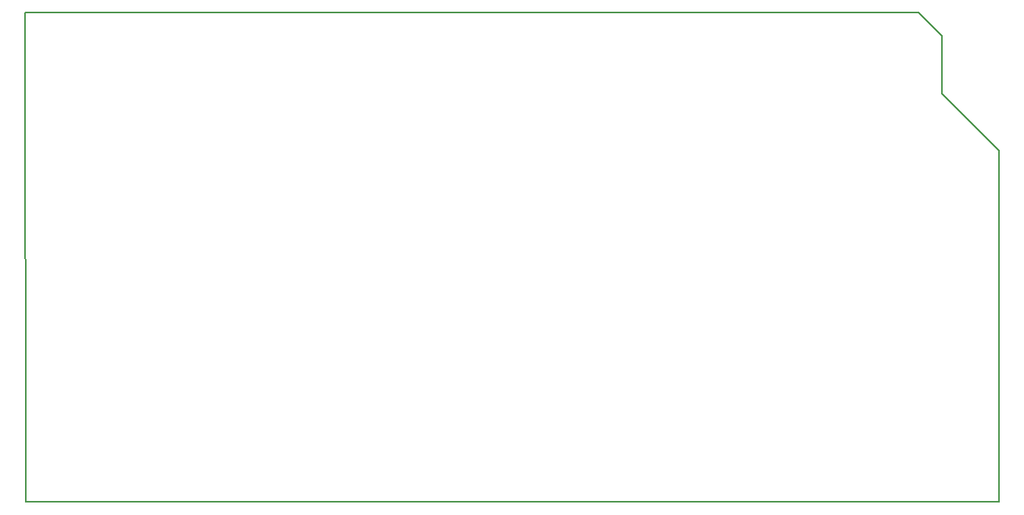
<source format=gbr>
G04 DipTrace 3.1.0.1*
G04 BoardOutline.gbr*
%MOIN*%
G04 #@! TF.FileFunction,Profile*
G04 #@! TF.Part,Single*
%ADD11C,0.006*%
%FSLAX26Y26*%
G04*
G70*
G90*
G75*
G01*
G04 BoardOutline*
%LPD*%
X397937Y394000D2*
D11*
X4547937D1*
Y555417D1*
Y1894000D1*
X4303937Y2139000D1*
X4303449Y2386126D1*
X4205024Y2484551D1*
X394000D1*
X397937Y394000D1*
M02*

</source>
